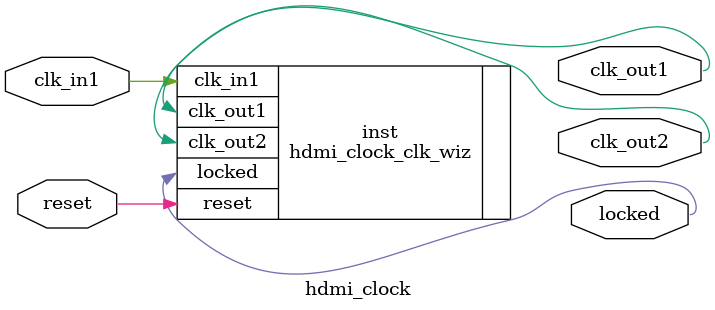
<source format=v>


`timescale 1ps/1ps

(* CORE_GENERATION_INFO = "hdmi_clock,clk_wiz_v6_0_2_0_0,{component_name=hdmi_clock,use_phase_alignment=true,use_min_o_jitter=false,use_max_i_jitter=false,use_dyn_phase_shift=false,use_inclk_switchover=false,use_dyn_reconfig=false,enable_axi=0,feedback_source=FDBK_AUTO,PRIMITIVE=MMCM,num_out_clk=2,clkin1_period=20.000,clkin2_period=10.0,use_power_down=false,use_reset=true,use_locked=true,use_inclk_stopped=false,feedback_type=SINGLE,CLOCK_MGR_TYPE=NA,manual_override=false}" *)

module hdmi_clock 
 (
  // Clock out ports
  output        clk_out1,
  output        clk_out2,
  // Status and control signals
  input         reset,
  output        locked,
 // Clock in ports
  input         clk_in1
 );

  hdmi_clock_clk_wiz inst
  (
  // Clock out ports  
  .clk_out1(clk_out1),
  .clk_out2(clk_out2),
  // Status and control signals               
  .reset(reset), 
  .locked(locked),
 // Clock in ports
  .clk_in1(clk_in1)
  );

endmodule

</source>
